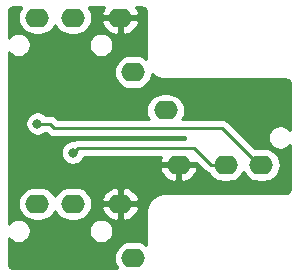
<source format=gtl>
G04 #@! TF.GenerationSoftware,KiCad,Pcbnew,5.1.4-e60b266~84~ubuntu16.04.1*
G04 #@! TF.CreationDate,2019-09-19T10:45:12-04:00*
G04 #@! TF.ProjectId,i2c_splitter,6932635f-7370-46c6-9974-7465722e6b69,1.0*
G04 #@! TF.SameCoordinates,Original*
G04 #@! TF.FileFunction,Copper,L1,Top*
G04 #@! TF.FilePolarity,Positive*
%FSLAX46Y46*%
G04 Gerber Fmt 4.6, Leading zero omitted, Abs format (unit mm)*
G04 Created by KiCad (PCBNEW 5.1.4-e60b266~84~ubuntu16.04.1) date 2019-09-19 10:45:12*
%MOMM*%
%LPD*%
G04 APERTURE LIST*
%ADD10O,2.000000X1.600000*%
%ADD11C,0.800000*%
%ADD12C,0.250000*%
%ADD13C,0.254000*%
G04 APERTURE END LIST*
D10*
X143234000Y-95228000D03*
X144334000Y-99828000D03*
X151334000Y-99828000D03*
X148334000Y-99828000D03*
X140484000Y-107718000D03*
X139384000Y-103118000D03*
X132384000Y-103118000D03*
X135384000Y-103118000D03*
X140484000Y-91970000D03*
X139384000Y-87370000D03*
X132384000Y-87370000D03*
X135384000Y-87370000D03*
D11*
X132384000Y-96343000D03*
X135384000Y-98806000D03*
D12*
X148048999Y-96742999D02*
X133826999Y-96742999D01*
X151134000Y-99828000D02*
X148048999Y-96742999D01*
X151334000Y-99828000D02*
X151134000Y-99828000D01*
X133427000Y-96343000D02*
X132384000Y-96343000D01*
X133826999Y-96742999D02*
X133427000Y-96343000D01*
X145662001Y-98406001D02*
X147084000Y-99828000D01*
X135783999Y-98406001D02*
X145662001Y-98406001D01*
X147084000Y-99828000D02*
X148334000Y-99828000D01*
X135384000Y-98806000D02*
X135783999Y-98406001D01*
D13*
G36*
X130985068Y-86568899D02*
G01*
X130851818Y-86818192D01*
X130769764Y-87088691D01*
X130742057Y-87370000D01*
X130769764Y-87651309D01*
X130851818Y-87921808D01*
X130985068Y-88171101D01*
X131164392Y-88389608D01*
X131382899Y-88568932D01*
X131632192Y-88702182D01*
X131902691Y-88784236D01*
X132113508Y-88805000D01*
X132654492Y-88805000D01*
X132865309Y-88784236D01*
X133135808Y-88702182D01*
X133385101Y-88568932D01*
X133603608Y-88389608D01*
X133782932Y-88171101D01*
X133884000Y-87982016D01*
X133985068Y-88171101D01*
X134164392Y-88389608D01*
X134382899Y-88568932D01*
X134632192Y-88702182D01*
X134902691Y-88784236D01*
X135113508Y-88805000D01*
X135654492Y-88805000D01*
X135865309Y-88784236D01*
X136135808Y-88702182D01*
X136385101Y-88568932D01*
X136603608Y-88389608D01*
X136782932Y-88171101D01*
X136916182Y-87921808D01*
X136977690Y-87719039D01*
X137792096Y-87719039D01*
X137802556Y-87776730D01*
X137908449Y-88038421D01*
X138063361Y-88274425D01*
X138261338Y-88475673D01*
X138494773Y-88634430D01*
X138754694Y-88744596D01*
X139031113Y-88801937D01*
X139257000Y-88649474D01*
X139257000Y-87497000D01*
X139511000Y-87497000D01*
X139511000Y-88649474D01*
X139736887Y-88801937D01*
X140013306Y-88744596D01*
X140273227Y-88634430D01*
X140506662Y-88475673D01*
X140704639Y-88274425D01*
X140859551Y-88038421D01*
X140965444Y-87776730D01*
X140975904Y-87719039D01*
X140853915Y-87497000D01*
X139511000Y-87497000D01*
X139257000Y-87497000D01*
X137914085Y-87497000D01*
X137792096Y-87719039D01*
X136977690Y-87719039D01*
X136998236Y-87651309D01*
X137025943Y-87370000D01*
X136998236Y-87088691D01*
X136916182Y-86818192D01*
X136782932Y-86568899D01*
X136736236Y-86512000D01*
X138032888Y-86512000D01*
X137908449Y-86701579D01*
X137802556Y-86963270D01*
X137792096Y-87020961D01*
X137914085Y-87243000D01*
X139257000Y-87243000D01*
X139257000Y-87223000D01*
X139511000Y-87223000D01*
X139511000Y-87243000D01*
X140853915Y-87243000D01*
X140975904Y-87020961D01*
X140965444Y-86963270D01*
X140859551Y-86701579D01*
X140735112Y-86512000D01*
X141191719Y-86512000D01*
X141292533Y-86521885D01*
X141358457Y-86541789D01*
X141419255Y-86574115D01*
X141472619Y-86617639D01*
X141516512Y-86670696D01*
X141549266Y-86731271D01*
X141569628Y-86797053D01*
X141580000Y-86895731D01*
X141580001Y-90848950D01*
X141485101Y-90771068D01*
X141235808Y-90637818D01*
X140965309Y-90555764D01*
X140754492Y-90535000D01*
X140213508Y-90535000D01*
X140002691Y-90555764D01*
X139732192Y-90637818D01*
X139482899Y-90771068D01*
X139264392Y-90950392D01*
X139085068Y-91168899D01*
X138951818Y-91418192D01*
X138869764Y-91688691D01*
X138842057Y-91970000D01*
X138869764Y-92251309D01*
X138951818Y-92521808D01*
X139085068Y-92771101D01*
X139264392Y-92989608D01*
X139482899Y-93168932D01*
X139732192Y-93302182D01*
X140002691Y-93384236D01*
X140213508Y-93405000D01*
X140754492Y-93405000D01*
X140965309Y-93384236D01*
X141235808Y-93302182D01*
X141485101Y-93168932D01*
X141703608Y-92989608D01*
X141882932Y-92771101D01*
X142016182Y-92521808D01*
X142098236Y-92251309D01*
X142108150Y-92150649D01*
X142115851Y-92158513D01*
X142122952Y-92164387D01*
X142276614Y-92289711D01*
X142326423Y-92322803D01*
X142375795Y-92356610D01*
X142383902Y-92360993D01*
X142558980Y-92454084D01*
X142614275Y-92476875D01*
X142669270Y-92500446D01*
X142678074Y-92503171D01*
X142867900Y-92560482D01*
X142926566Y-92572098D01*
X142985087Y-92584537D01*
X142994252Y-92585500D01*
X143191593Y-92604850D01*
X143191598Y-92604850D01*
X143223581Y-92608000D01*
X153383719Y-92608000D01*
X153484533Y-92617885D01*
X153550457Y-92637789D01*
X153611255Y-92670115D01*
X153664619Y-92713639D01*
X153708512Y-92766696D01*
X153741266Y-92827271D01*
X153761628Y-92893053D01*
X153772000Y-92991731D01*
X153772000Y-96919206D01*
X153737937Y-96868226D01*
X153593774Y-96724063D01*
X153424256Y-96610795D01*
X153235898Y-96532774D01*
X153035939Y-96493000D01*
X152832061Y-96493000D01*
X152632102Y-96532774D01*
X152443744Y-96610795D01*
X152274226Y-96724063D01*
X152130063Y-96868226D01*
X152016795Y-97037744D01*
X151938774Y-97226102D01*
X151899000Y-97426061D01*
X151899000Y-97629939D01*
X151938774Y-97829898D01*
X152016795Y-98018256D01*
X152130063Y-98187774D01*
X152274226Y-98331937D01*
X152443744Y-98445205D01*
X152632102Y-98523226D01*
X152832061Y-98563000D01*
X153035939Y-98563000D01*
X153235898Y-98523226D01*
X153424256Y-98445205D01*
X153593774Y-98331937D01*
X153737937Y-98187774D01*
X153772001Y-98136794D01*
X153772001Y-101821709D01*
X153762115Y-101922531D01*
X153742211Y-101988458D01*
X153709885Y-102049255D01*
X153666362Y-102102618D01*
X153613300Y-102146515D01*
X153552727Y-102179266D01*
X153486947Y-102199628D01*
X153388269Y-102210000D01*
X143223581Y-102210000D01*
X143195309Y-102212784D01*
X143189088Y-102212741D01*
X143179917Y-102213641D01*
X142982715Y-102234368D01*
X142924151Y-102246390D01*
X142865362Y-102257604D01*
X142856540Y-102260268D01*
X142667118Y-102318903D01*
X142612005Y-102342071D01*
X142556507Y-102364493D01*
X142548371Y-102368820D01*
X142373947Y-102463130D01*
X142324331Y-102496597D01*
X142274301Y-102529335D01*
X142267160Y-102535159D01*
X142114376Y-102661553D01*
X142072237Y-102703988D01*
X142029487Y-102745851D01*
X142023613Y-102752952D01*
X141898289Y-102906614D01*
X141865174Y-102956456D01*
X141831390Y-103005796D01*
X141827007Y-103013902D01*
X141733916Y-103188980D01*
X141711125Y-103244275D01*
X141687554Y-103299270D01*
X141684829Y-103308073D01*
X141627518Y-103497900D01*
X141615900Y-103556580D01*
X141603463Y-103615087D01*
X141602500Y-103624252D01*
X141583150Y-103821594D01*
X141583150Y-103821599D01*
X141580000Y-103853582D01*
X141580001Y-106596950D01*
X141485101Y-106519068D01*
X141235808Y-106385818D01*
X140965309Y-106303764D01*
X140754492Y-106283000D01*
X140213508Y-106283000D01*
X140002691Y-106303764D01*
X139732192Y-106385818D01*
X139482899Y-106519068D01*
X139264392Y-106698392D01*
X139085068Y-106916899D01*
X138951818Y-107166192D01*
X138869764Y-107436691D01*
X138842057Y-107718000D01*
X138869764Y-107999309D01*
X138951818Y-108269808D01*
X139085068Y-108519101D01*
X139118633Y-108560000D01*
X130334281Y-108560000D01*
X130233469Y-108550115D01*
X130167542Y-108530211D01*
X130106745Y-108497885D01*
X130053382Y-108454362D01*
X130009485Y-108401300D01*
X129976734Y-108340727D01*
X129956372Y-108274947D01*
X129946000Y-108176269D01*
X129946000Y-106026795D01*
X129980063Y-106077774D01*
X130124226Y-106221937D01*
X130293744Y-106335205D01*
X130482102Y-106413226D01*
X130682061Y-106453000D01*
X130885939Y-106453000D01*
X131085898Y-106413226D01*
X131274256Y-106335205D01*
X131443774Y-106221937D01*
X131587937Y-106077774D01*
X131701205Y-105908256D01*
X131779226Y-105719898D01*
X131819000Y-105519939D01*
X131819000Y-105316061D01*
X136749000Y-105316061D01*
X136749000Y-105519939D01*
X136788774Y-105719898D01*
X136866795Y-105908256D01*
X136980063Y-106077774D01*
X137124226Y-106221937D01*
X137293744Y-106335205D01*
X137482102Y-106413226D01*
X137682061Y-106453000D01*
X137885939Y-106453000D01*
X138085898Y-106413226D01*
X138274256Y-106335205D01*
X138443774Y-106221937D01*
X138587937Y-106077774D01*
X138701205Y-105908256D01*
X138779226Y-105719898D01*
X138819000Y-105519939D01*
X138819000Y-105316061D01*
X138779226Y-105116102D01*
X138701205Y-104927744D01*
X138587937Y-104758226D01*
X138443774Y-104614063D01*
X138274256Y-104500795D01*
X138085898Y-104422774D01*
X137885939Y-104383000D01*
X137682061Y-104383000D01*
X137482102Y-104422774D01*
X137293744Y-104500795D01*
X137124226Y-104614063D01*
X136980063Y-104758226D01*
X136866795Y-104927744D01*
X136788774Y-105116102D01*
X136749000Y-105316061D01*
X131819000Y-105316061D01*
X131779226Y-105116102D01*
X131701205Y-104927744D01*
X131587937Y-104758226D01*
X131443774Y-104614063D01*
X131274256Y-104500795D01*
X131085898Y-104422774D01*
X130885939Y-104383000D01*
X130682061Y-104383000D01*
X130482102Y-104422774D01*
X130293744Y-104500795D01*
X130124226Y-104614063D01*
X129980063Y-104758226D01*
X129946000Y-104809205D01*
X129946000Y-103118000D01*
X130742057Y-103118000D01*
X130769764Y-103399309D01*
X130851818Y-103669808D01*
X130985068Y-103919101D01*
X131164392Y-104137608D01*
X131382899Y-104316932D01*
X131632192Y-104450182D01*
X131902691Y-104532236D01*
X132113508Y-104553000D01*
X132654492Y-104553000D01*
X132865309Y-104532236D01*
X133135808Y-104450182D01*
X133385101Y-104316932D01*
X133603608Y-104137608D01*
X133782932Y-103919101D01*
X133884000Y-103730016D01*
X133985068Y-103919101D01*
X134164392Y-104137608D01*
X134382899Y-104316932D01*
X134632192Y-104450182D01*
X134902691Y-104532236D01*
X135113508Y-104553000D01*
X135654492Y-104553000D01*
X135865309Y-104532236D01*
X136135808Y-104450182D01*
X136385101Y-104316932D01*
X136603608Y-104137608D01*
X136782932Y-103919101D01*
X136916182Y-103669808D01*
X136977690Y-103467039D01*
X137792096Y-103467039D01*
X137802556Y-103524730D01*
X137908449Y-103786421D01*
X138063361Y-104022425D01*
X138261338Y-104223673D01*
X138494773Y-104382430D01*
X138754694Y-104492596D01*
X139031113Y-104549937D01*
X139257000Y-104397474D01*
X139257000Y-103245000D01*
X139511000Y-103245000D01*
X139511000Y-104397474D01*
X139736887Y-104549937D01*
X140013306Y-104492596D01*
X140273227Y-104382430D01*
X140506662Y-104223673D01*
X140704639Y-104022425D01*
X140859551Y-103786421D01*
X140965444Y-103524730D01*
X140975904Y-103467039D01*
X140853915Y-103245000D01*
X139511000Y-103245000D01*
X139257000Y-103245000D01*
X137914085Y-103245000D01*
X137792096Y-103467039D01*
X136977690Y-103467039D01*
X136998236Y-103399309D01*
X137025943Y-103118000D01*
X136998236Y-102836691D01*
X136977691Y-102768961D01*
X137792096Y-102768961D01*
X137914085Y-102991000D01*
X139257000Y-102991000D01*
X139257000Y-101838526D01*
X139511000Y-101838526D01*
X139511000Y-102991000D01*
X140853915Y-102991000D01*
X140975904Y-102768961D01*
X140965444Y-102711270D01*
X140859551Y-102449579D01*
X140704639Y-102213575D01*
X140506662Y-102012327D01*
X140273227Y-101853570D01*
X140013306Y-101743404D01*
X139736887Y-101686063D01*
X139511000Y-101838526D01*
X139257000Y-101838526D01*
X139031113Y-101686063D01*
X138754694Y-101743404D01*
X138494773Y-101853570D01*
X138261338Y-102012327D01*
X138063361Y-102213575D01*
X137908449Y-102449579D01*
X137802556Y-102711270D01*
X137792096Y-102768961D01*
X136977691Y-102768961D01*
X136916182Y-102566192D01*
X136782932Y-102316899D01*
X136603608Y-102098392D01*
X136385101Y-101919068D01*
X136135808Y-101785818D01*
X135865309Y-101703764D01*
X135654492Y-101683000D01*
X135113508Y-101683000D01*
X134902691Y-101703764D01*
X134632192Y-101785818D01*
X134382899Y-101919068D01*
X134164392Y-102098392D01*
X133985068Y-102316899D01*
X133884000Y-102505984D01*
X133782932Y-102316899D01*
X133603608Y-102098392D01*
X133385101Y-101919068D01*
X133135808Y-101785818D01*
X132865309Y-101703764D01*
X132654492Y-101683000D01*
X132113508Y-101683000D01*
X131902691Y-101703764D01*
X131632192Y-101785818D01*
X131382899Y-101919068D01*
X131164392Y-102098392D01*
X130985068Y-102316899D01*
X130851818Y-102566192D01*
X130769764Y-102836691D01*
X130742057Y-103118000D01*
X129946000Y-103118000D01*
X129946000Y-100177039D01*
X142742096Y-100177039D01*
X142752556Y-100234730D01*
X142858449Y-100496421D01*
X143013361Y-100732425D01*
X143211338Y-100933673D01*
X143444773Y-101092430D01*
X143704694Y-101202596D01*
X143981113Y-101259937D01*
X144207000Y-101107474D01*
X144207000Y-99955000D01*
X144461000Y-99955000D01*
X144461000Y-101107474D01*
X144686887Y-101259937D01*
X144963306Y-101202596D01*
X145223227Y-101092430D01*
X145456662Y-100933673D01*
X145654639Y-100732425D01*
X145809551Y-100496421D01*
X145915444Y-100234730D01*
X145925904Y-100177039D01*
X145803915Y-99955000D01*
X144461000Y-99955000D01*
X144207000Y-99955000D01*
X142864085Y-99955000D01*
X142742096Y-100177039D01*
X129946000Y-100177039D01*
X129946000Y-96241061D01*
X131349000Y-96241061D01*
X131349000Y-96444939D01*
X131388774Y-96644898D01*
X131466795Y-96833256D01*
X131580063Y-97002774D01*
X131724226Y-97146937D01*
X131893744Y-97260205D01*
X132082102Y-97338226D01*
X132282061Y-97378000D01*
X132485939Y-97378000D01*
X132685898Y-97338226D01*
X132874256Y-97260205D01*
X133043774Y-97146937D01*
X133087711Y-97103000D01*
X133112199Y-97103000D01*
X133263195Y-97253996D01*
X133286998Y-97283000D01*
X133402723Y-97377973D01*
X133534752Y-97448545D01*
X133678013Y-97492002D01*
X133789666Y-97502999D01*
X133789676Y-97502999D01*
X133826998Y-97506675D01*
X133864321Y-97502999D01*
X144899000Y-97502999D01*
X144899000Y-97629939D01*
X144902195Y-97646001D01*
X135821321Y-97646001D01*
X135783998Y-97642325D01*
X135746676Y-97646001D01*
X135746666Y-97646001D01*
X135635013Y-97656998D01*
X135491752Y-97700455D01*
X135359774Y-97771000D01*
X135282061Y-97771000D01*
X135082102Y-97810774D01*
X134893744Y-97888795D01*
X134724226Y-98002063D01*
X134580063Y-98146226D01*
X134466795Y-98315744D01*
X134388774Y-98504102D01*
X134349000Y-98704061D01*
X134349000Y-98907939D01*
X134388774Y-99107898D01*
X134466795Y-99296256D01*
X134580063Y-99465774D01*
X134724226Y-99609937D01*
X134893744Y-99723205D01*
X135082102Y-99801226D01*
X135282061Y-99841000D01*
X135485939Y-99841000D01*
X135685898Y-99801226D01*
X135874256Y-99723205D01*
X136043774Y-99609937D01*
X136187937Y-99465774D01*
X136301205Y-99296256D01*
X136355159Y-99166001D01*
X142855850Y-99166001D01*
X142752556Y-99421270D01*
X142742096Y-99478961D01*
X142864085Y-99701000D01*
X144207000Y-99701000D01*
X144207000Y-99681000D01*
X144461000Y-99681000D01*
X144461000Y-99701000D01*
X145803915Y-99701000D01*
X145831674Y-99650475D01*
X146520201Y-100339003D01*
X146543999Y-100368001D01*
X146659724Y-100462974D01*
X146791753Y-100533546D01*
X146901843Y-100566941D01*
X146935068Y-100629101D01*
X147114392Y-100847608D01*
X147332899Y-101026932D01*
X147582192Y-101160182D01*
X147852691Y-101242236D01*
X148063508Y-101263000D01*
X148604492Y-101263000D01*
X148815309Y-101242236D01*
X149085808Y-101160182D01*
X149335101Y-101026932D01*
X149553608Y-100847608D01*
X149732932Y-100629101D01*
X149834000Y-100440016D01*
X149935068Y-100629101D01*
X150114392Y-100847608D01*
X150332899Y-101026932D01*
X150582192Y-101160182D01*
X150852691Y-101242236D01*
X151063508Y-101263000D01*
X151604492Y-101263000D01*
X151815309Y-101242236D01*
X152085808Y-101160182D01*
X152335101Y-101026932D01*
X152553608Y-100847608D01*
X152732932Y-100629101D01*
X152866182Y-100379808D01*
X152948236Y-100109309D01*
X152975943Y-99828000D01*
X152948236Y-99546691D01*
X152866182Y-99276192D01*
X152732932Y-99026899D01*
X152553608Y-98808392D01*
X152335101Y-98629068D01*
X152085808Y-98495818D01*
X151815309Y-98413764D01*
X151604492Y-98393000D01*
X151063508Y-98393000D01*
X150852691Y-98413764D01*
X150808094Y-98427292D01*
X148612803Y-96232002D01*
X148589000Y-96202998D01*
X148473275Y-96108025D01*
X148341246Y-96037453D01*
X148197985Y-95993996D01*
X148086332Y-95982999D01*
X148086321Y-95982999D01*
X148048999Y-95979323D01*
X148011677Y-95982999D01*
X144657574Y-95982999D01*
X144766182Y-95779808D01*
X144848236Y-95509309D01*
X144875943Y-95228000D01*
X144848236Y-94946691D01*
X144766182Y-94676192D01*
X144632932Y-94426899D01*
X144453608Y-94208392D01*
X144235101Y-94029068D01*
X143985808Y-93895818D01*
X143715309Y-93813764D01*
X143504492Y-93793000D01*
X142963508Y-93793000D01*
X142752691Y-93813764D01*
X142482192Y-93895818D01*
X142232899Y-94029068D01*
X142014392Y-94208392D01*
X141835068Y-94426899D01*
X141701818Y-94676192D01*
X141619764Y-94946691D01*
X141592057Y-95228000D01*
X141619764Y-95509309D01*
X141701818Y-95779808D01*
X141810426Y-95982999D01*
X134141800Y-95982999D01*
X133990804Y-95832003D01*
X133967001Y-95802999D01*
X133851276Y-95708026D01*
X133719247Y-95637454D01*
X133575986Y-95593997D01*
X133464333Y-95583000D01*
X133464322Y-95583000D01*
X133427000Y-95579324D01*
X133389678Y-95583000D01*
X133087711Y-95583000D01*
X133043774Y-95539063D01*
X132874256Y-95425795D01*
X132685898Y-95347774D01*
X132485939Y-95308000D01*
X132282061Y-95308000D01*
X132082102Y-95347774D01*
X131893744Y-95425795D01*
X131724226Y-95539063D01*
X131580063Y-95683226D01*
X131466795Y-95852744D01*
X131388774Y-96041102D01*
X131349000Y-96241061D01*
X129946000Y-96241061D01*
X129946000Y-90278795D01*
X129980063Y-90329774D01*
X130124226Y-90473937D01*
X130293744Y-90587205D01*
X130482102Y-90665226D01*
X130682061Y-90705000D01*
X130885939Y-90705000D01*
X131085898Y-90665226D01*
X131274256Y-90587205D01*
X131443774Y-90473937D01*
X131587937Y-90329774D01*
X131701205Y-90160256D01*
X131779226Y-89971898D01*
X131819000Y-89771939D01*
X131819000Y-89568061D01*
X136749000Y-89568061D01*
X136749000Y-89771939D01*
X136788774Y-89971898D01*
X136866795Y-90160256D01*
X136980063Y-90329774D01*
X137124226Y-90473937D01*
X137293744Y-90587205D01*
X137482102Y-90665226D01*
X137682061Y-90705000D01*
X137885939Y-90705000D01*
X138085898Y-90665226D01*
X138274256Y-90587205D01*
X138443774Y-90473937D01*
X138587937Y-90329774D01*
X138701205Y-90160256D01*
X138779226Y-89971898D01*
X138819000Y-89771939D01*
X138819000Y-89568061D01*
X138779226Y-89368102D01*
X138701205Y-89179744D01*
X138587937Y-89010226D01*
X138443774Y-88866063D01*
X138274256Y-88752795D01*
X138085898Y-88674774D01*
X137885939Y-88635000D01*
X137682061Y-88635000D01*
X137482102Y-88674774D01*
X137293744Y-88752795D01*
X137124226Y-88866063D01*
X136980063Y-89010226D01*
X136866795Y-89179744D01*
X136788774Y-89368102D01*
X136749000Y-89568061D01*
X131819000Y-89568061D01*
X131779226Y-89368102D01*
X131701205Y-89179744D01*
X131587937Y-89010226D01*
X131443774Y-88866063D01*
X131274256Y-88752795D01*
X131085898Y-88674774D01*
X130885939Y-88635000D01*
X130682061Y-88635000D01*
X130482102Y-88674774D01*
X130293744Y-88752795D01*
X130124226Y-88866063D01*
X129980063Y-89010226D01*
X129946000Y-89061205D01*
X129946000Y-86900281D01*
X129955885Y-86799467D01*
X129975789Y-86733543D01*
X130008115Y-86672745D01*
X130051639Y-86619381D01*
X130104696Y-86575488D01*
X130165271Y-86542734D01*
X130231053Y-86522372D01*
X130329730Y-86512000D01*
X131031764Y-86512000D01*
X130985068Y-86568899D01*
X130985068Y-86568899D01*
G37*
X130985068Y-86568899D02*
X130851818Y-86818192D01*
X130769764Y-87088691D01*
X130742057Y-87370000D01*
X130769764Y-87651309D01*
X130851818Y-87921808D01*
X130985068Y-88171101D01*
X131164392Y-88389608D01*
X131382899Y-88568932D01*
X131632192Y-88702182D01*
X131902691Y-88784236D01*
X132113508Y-88805000D01*
X132654492Y-88805000D01*
X132865309Y-88784236D01*
X133135808Y-88702182D01*
X133385101Y-88568932D01*
X133603608Y-88389608D01*
X133782932Y-88171101D01*
X133884000Y-87982016D01*
X133985068Y-88171101D01*
X134164392Y-88389608D01*
X134382899Y-88568932D01*
X134632192Y-88702182D01*
X134902691Y-88784236D01*
X135113508Y-88805000D01*
X135654492Y-88805000D01*
X135865309Y-88784236D01*
X136135808Y-88702182D01*
X136385101Y-88568932D01*
X136603608Y-88389608D01*
X136782932Y-88171101D01*
X136916182Y-87921808D01*
X136977690Y-87719039D01*
X137792096Y-87719039D01*
X137802556Y-87776730D01*
X137908449Y-88038421D01*
X138063361Y-88274425D01*
X138261338Y-88475673D01*
X138494773Y-88634430D01*
X138754694Y-88744596D01*
X139031113Y-88801937D01*
X139257000Y-88649474D01*
X139257000Y-87497000D01*
X139511000Y-87497000D01*
X139511000Y-88649474D01*
X139736887Y-88801937D01*
X140013306Y-88744596D01*
X140273227Y-88634430D01*
X140506662Y-88475673D01*
X140704639Y-88274425D01*
X140859551Y-88038421D01*
X140965444Y-87776730D01*
X140975904Y-87719039D01*
X140853915Y-87497000D01*
X139511000Y-87497000D01*
X139257000Y-87497000D01*
X137914085Y-87497000D01*
X137792096Y-87719039D01*
X136977690Y-87719039D01*
X136998236Y-87651309D01*
X137025943Y-87370000D01*
X136998236Y-87088691D01*
X136916182Y-86818192D01*
X136782932Y-86568899D01*
X136736236Y-86512000D01*
X138032888Y-86512000D01*
X137908449Y-86701579D01*
X137802556Y-86963270D01*
X137792096Y-87020961D01*
X137914085Y-87243000D01*
X139257000Y-87243000D01*
X139257000Y-87223000D01*
X139511000Y-87223000D01*
X139511000Y-87243000D01*
X140853915Y-87243000D01*
X140975904Y-87020961D01*
X140965444Y-86963270D01*
X140859551Y-86701579D01*
X140735112Y-86512000D01*
X141191719Y-86512000D01*
X141292533Y-86521885D01*
X141358457Y-86541789D01*
X141419255Y-86574115D01*
X141472619Y-86617639D01*
X141516512Y-86670696D01*
X141549266Y-86731271D01*
X141569628Y-86797053D01*
X141580000Y-86895731D01*
X141580001Y-90848950D01*
X141485101Y-90771068D01*
X141235808Y-90637818D01*
X140965309Y-90555764D01*
X140754492Y-90535000D01*
X140213508Y-90535000D01*
X140002691Y-90555764D01*
X139732192Y-90637818D01*
X139482899Y-90771068D01*
X139264392Y-90950392D01*
X139085068Y-91168899D01*
X138951818Y-91418192D01*
X138869764Y-91688691D01*
X138842057Y-91970000D01*
X138869764Y-92251309D01*
X138951818Y-92521808D01*
X139085068Y-92771101D01*
X139264392Y-92989608D01*
X139482899Y-93168932D01*
X139732192Y-93302182D01*
X140002691Y-93384236D01*
X140213508Y-93405000D01*
X140754492Y-93405000D01*
X140965309Y-93384236D01*
X141235808Y-93302182D01*
X141485101Y-93168932D01*
X141703608Y-92989608D01*
X141882932Y-92771101D01*
X142016182Y-92521808D01*
X142098236Y-92251309D01*
X142108150Y-92150649D01*
X142115851Y-92158513D01*
X142122952Y-92164387D01*
X142276614Y-92289711D01*
X142326423Y-92322803D01*
X142375795Y-92356610D01*
X142383902Y-92360993D01*
X142558980Y-92454084D01*
X142614275Y-92476875D01*
X142669270Y-92500446D01*
X142678074Y-92503171D01*
X142867900Y-92560482D01*
X142926566Y-92572098D01*
X142985087Y-92584537D01*
X142994252Y-92585500D01*
X143191593Y-92604850D01*
X143191598Y-92604850D01*
X143223581Y-92608000D01*
X153383719Y-92608000D01*
X153484533Y-92617885D01*
X153550457Y-92637789D01*
X153611255Y-92670115D01*
X153664619Y-92713639D01*
X153708512Y-92766696D01*
X153741266Y-92827271D01*
X153761628Y-92893053D01*
X153772000Y-92991731D01*
X153772000Y-96919206D01*
X153737937Y-96868226D01*
X153593774Y-96724063D01*
X153424256Y-96610795D01*
X153235898Y-96532774D01*
X153035939Y-96493000D01*
X152832061Y-96493000D01*
X152632102Y-96532774D01*
X152443744Y-96610795D01*
X152274226Y-96724063D01*
X152130063Y-96868226D01*
X152016795Y-97037744D01*
X151938774Y-97226102D01*
X151899000Y-97426061D01*
X151899000Y-97629939D01*
X151938774Y-97829898D01*
X152016795Y-98018256D01*
X152130063Y-98187774D01*
X152274226Y-98331937D01*
X152443744Y-98445205D01*
X152632102Y-98523226D01*
X152832061Y-98563000D01*
X153035939Y-98563000D01*
X153235898Y-98523226D01*
X153424256Y-98445205D01*
X153593774Y-98331937D01*
X153737937Y-98187774D01*
X153772001Y-98136794D01*
X153772001Y-101821709D01*
X153762115Y-101922531D01*
X153742211Y-101988458D01*
X153709885Y-102049255D01*
X153666362Y-102102618D01*
X153613300Y-102146515D01*
X153552727Y-102179266D01*
X153486947Y-102199628D01*
X153388269Y-102210000D01*
X143223581Y-102210000D01*
X143195309Y-102212784D01*
X143189088Y-102212741D01*
X143179917Y-102213641D01*
X142982715Y-102234368D01*
X142924151Y-102246390D01*
X142865362Y-102257604D01*
X142856540Y-102260268D01*
X142667118Y-102318903D01*
X142612005Y-102342071D01*
X142556507Y-102364493D01*
X142548371Y-102368820D01*
X142373947Y-102463130D01*
X142324331Y-102496597D01*
X142274301Y-102529335D01*
X142267160Y-102535159D01*
X142114376Y-102661553D01*
X142072237Y-102703988D01*
X142029487Y-102745851D01*
X142023613Y-102752952D01*
X141898289Y-102906614D01*
X141865174Y-102956456D01*
X141831390Y-103005796D01*
X141827007Y-103013902D01*
X141733916Y-103188980D01*
X141711125Y-103244275D01*
X141687554Y-103299270D01*
X141684829Y-103308073D01*
X141627518Y-103497900D01*
X141615900Y-103556580D01*
X141603463Y-103615087D01*
X141602500Y-103624252D01*
X141583150Y-103821594D01*
X141583150Y-103821599D01*
X141580000Y-103853582D01*
X141580001Y-106596950D01*
X141485101Y-106519068D01*
X141235808Y-106385818D01*
X140965309Y-106303764D01*
X140754492Y-106283000D01*
X140213508Y-106283000D01*
X140002691Y-106303764D01*
X139732192Y-106385818D01*
X139482899Y-106519068D01*
X139264392Y-106698392D01*
X139085068Y-106916899D01*
X138951818Y-107166192D01*
X138869764Y-107436691D01*
X138842057Y-107718000D01*
X138869764Y-107999309D01*
X138951818Y-108269808D01*
X139085068Y-108519101D01*
X139118633Y-108560000D01*
X130334281Y-108560000D01*
X130233469Y-108550115D01*
X130167542Y-108530211D01*
X130106745Y-108497885D01*
X130053382Y-108454362D01*
X130009485Y-108401300D01*
X129976734Y-108340727D01*
X129956372Y-108274947D01*
X129946000Y-108176269D01*
X129946000Y-106026795D01*
X129980063Y-106077774D01*
X130124226Y-106221937D01*
X130293744Y-106335205D01*
X130482102Y-106413226D01*
X130682061Y-106453000D01*
X130885939Y-106453000D01*
X131085898Y-106413226D01*
X131274256Y-106335205D01*
X131443774Y-106221937D01*
X131587937Y-106077774D01*
X131701205Y-105908256D01*
X131779226Y-105719898D01*
X131819000Y-105519939D01*
X131819000Y-105316061D01*
X136749000Y-105316061D01*
X136749000Y-105519939D01*
X136788774Y-105719898D01*
X136866795Y-105908256D01*
X136980063Y-106077774D01*
X137124226Y-106221937D01*
X137293744Y-106335205D01*
X137482102Y-106413226D01*
X137682061Y-106453000D01*
X137885939Y-106453000D01*
X138085898Y-106413226D01*
X138274256Y-106335205D01*
X138443774Y-106221937D01*
X138587937Y-106077774D01*
X138701205Y-105908256D01*
X138779226Y-105719898D01*
X138819000Y-105519939D01*
X138819000Y-105316061D01*
X138779226Y-105116102D01*
X138701205Y-104927744D01*
X138587937Y-104758226D01*
X138443774Y-104614063D01*
X138274256Y-104500795D01*
X138085898Y-104422774D01*
X137885939Y-104383000D01*
X137682061Y-104383000D01*
X137482102Y-104422774D01*
X137293744Y-104500795D01*
X137124226Y-104614063D01*
X136980063Y-104758226D01*
X136866795Y-104927744D01*
X136788774Y-105116102D01*
X136749000Y-105316061D01*
X131819000Y-105316061D01*
X131779226Y-105116102D01*
X131701205Y-104927744D01*
X131587937Y-104758226D01*
X131443774Y-104614063D01*
X131274256Y-104500795D01*
X131085898Y-104422774D01*
X130885939Y-104383000D01*
X130682061Y-104383000D01*
X130482102Y-104422774D01*
X130293744Y-104500795D01*
X130124226Y-104614063D01*
X129980063Y-104758226D01*
X129946000Y-104809205D01*
X129946000Y-103118000D01*
X130742057Y-103118000D01*
X130769764Y-103399309D01*
X130851818Y-103669808D01*
X130985068Y-103919101D01*
X131164392Y-104137608D01*
X131382899Y-104316932D01*
X131632192Y-104450182D01*
X131902691Y-104532236D01*
X132113508Y-104553000D01*
X132654492Y-104553000D01*
X132865309Y-104532236D01*
X133135808Y-104450182D01*
X133385101Y-104316932D01*
X133603608Y-104137608D01*
X133782932Y-103919101D01*
X133884000Y-103730016D01*
X133985068Y-103919101D01*
X134164392Y-104137608D01*
X134382899Y-104316932D01*
X134632192Y-104450182D01*
X134902691Y-104532236D01*
X135113508Y-104553000D01*
X135654492Y-104553000D01*
X135865309Y-104532236D01*
X136135808Y-104450182D01*
X136385101Y-104316932D01*
X136603608Y-104137608D01*
X136782932Y-103919101D01*
X136916182Y-103669808D01*
X136977690Y-103467039D01*
X137792096Y-103467039D01*
X137802556Y-103524730D01*
X137908449Y-103786421D01*
X138063361Y-104022425D01*
X138261338Y-104223673D01*
X138494773Y-104382430D01*
X138754694Y-104492596D01*
X139031113Y-104549937D01*
X139257000Y-104397474D01*
X139257000Y-103245000D01*
X139511000Y-103245000D01*
X139511000Y-104397474D01*
X139736887Y-104549937D01*
X140013306Y-104492596D01*
X140273227Y-104382430D01*
X140506662Y-104223673D01*
X140704639Y-104022425D01*
X140859551Y-103786421D01*
X140965444Y-103524730D01*
X140975904Y-103467039D01*
X140853915Y-103245000D01*
X139511000Y-103245000D01*
X139257000Y-103245000D01*
X137914085Y-103245000D01*
X137792096Y-103467039D01*
X136977690Y-103467039D01*
X136998236Y-103399309D01*
X137025943Y-103118000D01*
X136998236Y-102836691D01*
X136977691Y-102768961D01*
X137792096Y-102768961D01*
X137914085Y-102991000D01*
X139257000Y-102991000D01*
X139257000Y-101838526D01*
X139511000Y-101838526D01*
X139511000Y-102991000D01*
X140853915Y-102991000D01*
X140975904Y-102768961D01*
X140965444Y-102711270D01*
X140859551Y-102449579D01*
X140704639Y-102213575D01*
X140506662Y-102012327D01*
X140273227Y-101853570D01*
X140013306Y-101743404D01*
X139736887Y-101686063D01*
X139511000Y-101838526D01*
X139257000Y-101838526D01*
X139031113Y-101686063D01*
X138754694Y-101743404D01*
X138494773Y-101853570D01*
X138261338Y-102012327D01*
X138063361Y-102213575D01*
X137908449Y-102449579D01*
X137802556Y-102711270D01*
X137792096Y-102768961D01*
X136977691Y-102768961D01*
X136916182Y-102566192D01*
X136782932Y-102316899D01*
X136603608Y-102098392D01*
X136385101Y-101919068D01*
X136135808Y-101785818D01*
X135865309Y-101703764D01*
X135654492Y-101683000D01*
X135113508Y-101683000D01*
X134902691Y-101703764D01*
X134632192Y-101785818D01*
X134382899Y-101919068D01*
X134164392Y-102098392D01*
X133985068Y-102316899D01*
X133884000Y-102505984D01*
X133782932Y-102316899D01*
X133603608Y-102098392D01*
X133385101Y-101919068D01*
X133135808Y-101785818D01*
X132865309Y-101703764D01*
X132654492Y-101683000D01*
X132113508Y-101683000D01*
X131902691Y-101703764D01*
X131632192Y-101785818D01*
X131382899Y-101919068D01*
X131164392Y-102098392D01*
X130985068Y-102316899D01*
X130851818Y-102566192D01*
X130769764Y-102836691D01*
X130742057Y-103118000D01*
X129946000Y-103118000D01*
X129946000Y-100177039D01*
X142742096Y-100177039D01*
X142752556Y-100234730D01*
X142858449Y-100496421D01*
X143013361Y-100732425D01*
X143211338Y-100933673D01*
X143444773Y-101092430D01*
X143704694Y-101202596D01*
X143981113Y-101259937D01*
X144207000Y-101107474D01*
X144207000Y-99955000D01*
X144461000Y-99955000D01*
X144461000Y-101107474D01*
X144686887Y-101259937D01*
X144963306Y-101202596D01*
X145223227Y-101092430D01*
X145456662Y-100933673D01*
X145654639Y-100732425D01*
X145809551Y-100496421D01*
X145915444Y-100234730D01*
X145925904Y-100177039D01*
X145803915Y-99955000D01*
X144461000Y-99955000D01*
X144207000Y-99955000D01*
X142864085Y-99955000D01*
X142742096Y-100177039D01*
X129946000Y-100177039D01*
X129946000Y-96241061D01*
X131349000Y-96241061D01*
X131349000Y-96444939D01*
X131388774Y-96644898D01*
X131466795Y-96833256D01*
X131580063Y-97002774D01*
X131724226Y-97146937D01*
X131893744Y-97260205D01*
X132082102Y-97338226D01*
X132282061Y-97378000D01*
X132485939Y-97378000D01*
X132685898Y-97338226D01*
X132874256Y-97260205D01*
X133043774Y-97146937D01*
X133087711Y-97103000D01*
X133112199Y-97103000D01*
X133263195Y-97253996D01*
X133286998Y-97283000D01*
X133402723Y-97377973D01*
X133534752Y-97448545D01*
X133678013Y-97492002D01*
X133789666Y-97502999D01*
X133789676Y-97502999D01*
X133826998Y-97506675D01*
X133864321Y-97502999D01*
X144899000Y-97502999D01*
X144899000Y-97629939D01*
X144902195Y-97646001D01*
X135821321Y-97646001D01*
X135783998Y-97642325D01*
X135746676Y-97646001D01*
X135746666Y-97646001D01*
X135635013Y-97656998D01*
X135491752Y-97700455D01*
X135359774Y-97771000D01*
X135282061Y-97771000D01*
X135082102Y-97810774D01*
X134893744Y-97888795D01*
X134724226Y-98002063D01*
X134580063Y-98146226D01*
X134466795Y-98315744D01*
X134388774Y-98504102D01*
X134349000Y-98704061D01*
X134349000Y-98907939D01*
X134388774Y-99107898D01*
X134466795Y-99296256D01*
X134580063Y-99465774D01*
X134724226Y-99609937D01*
X134893744Y-99723205D01*
X135082102Y-99801226D01*
X135282061Y-99841000D01*
X135485939Y-99841000D01*
X135685898Y-99801226D01*
X135874256Y-99723205D01*
X136043774Y-99609937D01*
X136187937Y-99465774D01*
X136301205Y-99296256D01*
X136355159Y-99166001D01*
X142855850Y-99166001D01*
X142752556Y-99421270D01*
X142742096Y-99478961D01*
X142864085Y-99701000D01*
X144207000Y-99701000D01*
X144207000Y-99681000D01*
X144461000Y-99681000D01*
X144461000Y-99701000D01*
X145803915Y-99701000D01*
X145831674Y-99650475D01*
X146520201Y-100339003D01*
X146543999Y-100368001D01*
X146659724Y-100462974D01*
X146791753Y-100533546D01*
X146901843Y-100566941D01*
X146935068Y-100629101D01*
X147114392Y-100847608D01*
X147332899Y-101026932D01*
X147582192Y-101160182D01*
X147852691Y-101242236D01*
X148063508Y-101263000D01*
X148604492Y-101263000D01*
X148815309Y-101242236D01*
X149085808Y-101160182D01*
X149335101Y-101026932D01*
X149553608Y-100847608D01*
X149732932Y-100629101D01*
X149834000Y-100440016D01*
X149935068Y-100629101D01*
X150114392Y-100847608D01*
X150332899Y-101026932D01*
X150582192Y-101160182D01*
X150852691Y-101242236D01*
X151063508Y-101263000D01*
X151604492Y-101263000D01*
X151815309Y-101242236D01*
X152085808Y-101160182D01*
X152335101Y-101026932D01*
X152553608Y-100847608D01*
X152732932Y-100629101D01*
X152866182Y-100379808D01*
X152948236Y-100109309D01*
X152975943Y-99828000D01*
X152948236Y-99546691D01*
X152866182Y-99276192D01*
X152732932Y-99026899D01*
X152553608Y-98808392D01*
X152335101Y-98629068D01*
X152085808Y-98495818D01*
X151815309Y-98413764D01*
X151604492Y-98393000D01*
X151063508Y-98393000D01*
X150852691Y-98413764D01*
X150808094Y-98427292D01*
X148612803Y-96232002D01*
X148589000Y-96202998D01*
X148473275Y-96108025D01*
X148341246Y-96037453D01*
X148197985Y-95993996D01*
X148086332Y-95982999D01*
X148086321Y-95982999D01*
X148048999Y-95979323D01*
X148011677Y-95982999D01*
X144657574Y-95982999D01*
X144766182Y-95779808D01*
X144848236Y-95509309D01*
X144875943Y-95228000D01*
X144848236Y-94946691D01*
X144766182Y-94676192D01*
X144632932Y-94426899D01*
X144453608Y-94208392D01*
X144235101Y-94029068D01*
X143985808Y-93895818D01*
X143715309Y-93813764D01*
X143504492Y-93793000D01*
X142963508Y-93793000D01*
X142752691Y-93813764D01*
X142482192Y-93895818D01*
X142232899Y-94029068D01*
X142014392Y-94208392D01*
X141835068Y-94426899D01*
X141701818Y-94676192D01*
X141619764Y-94946691D01*
X141592057Y-95228000D01*
X141619764Y-95509309D01*
X141701818Y-95779808D01*
X141810426Y-95982999D01*
X134141800Y-95982999D01*
X133990804Y-95832003D01*
X133967001Y-95802999D01*
X133851276Y-95708026D01*
X133719247Y-95637454D01*
X133575986Y-95593997D01*
X133464333Y-95583000D01*
X133464322Y-95583000D01*
X133427000Y-95579324D01*
X133389678Y-95583000D01*
X133087711Y-95583000D01*
X133043774Y-95539063D01*
X132874256Y-95425795D01*
X132685898Y-95347774D01*
X132485939Y-95308000D01*
X132282061Y-95308000D01*
X132082102Y-95347774D01*
X131893744Y-95425795D01*
X131724226Y-95539063D01*
X131580063Y-95683226D01*
X131466795Y-95852744D01*
X131388774Y-96041102D01*
X131349000Y-96241061D01*
X129946000Y-96241061D01*
X129946000Y-90278795D01*
X129980063Y-90329774D01*
X130124226Y-90473937D01*
X130293744Y-90587205D01*
X130482102Y-90665226D01*
X130682061Y-90705000D01*
X130885939Y-90705000D01*
X131085898Y-90665226D01*
X131274256Y-90587205D01*
X131443774Y-90473937D01*
X131587937Y-90329774D01*
X131701205Y-90160256D01*
X131779226Y-89971898D01*
X131819000Y-89771939D01*
X131819000Y-89568061D01*
X136749000Y-89568061D01*
X136749000Y-89771939D01*
X136788774Y-89971898D01*
X136866795Y-90160256D01*
X136980063Y-90329774D01*
X137124226Y-90473937D01*
X137293744Y-90587205D01*
X137482102Y-90665226D01*
X137682061Y-90705000D01*
X137885939Y-90705000D01*
X138085898Y-90665226D01*
X138274256Y-90587205D01*
X138443774Y-90473937D01*
X138587937Y-90329774D01*
X138701205Y-90160256D01*
X138779226Y-89971898D01*
X138819000Y-89771939D01*
X138819000Y-89568061D01*
X138779226Y-89368102D01*
X138701205Y-89179744D01*
X138587937Y-89010226D01*
X138443774Y-88866063D01*
X138274256Y-88752795D01*
X138085898Y-88674774D01*
X137885939Y-88635000D01*
X137682061Y-88635000D01*
X137482102Y-88674774D01*
X137293744Y-88752795D01*
X137124226Y-88866063D01*
X136980063Y-89010226D01*
X136866795Y-89179744D01*
X136788774Y-89368102D01*
X136749000Y-89568061D01*
X131819000Y-89568061D01*
X131779226Y-89368102D01*
X131701205Y-89179744D01*
X131587937Y-89010226D01*
X131443774Y-88866063D01*
X131274256Y-88752795D01*
X131085898Y-88674774D01*
X130885939Y-88635000D01*
X130682061Y-88635000D01*
X130482102Y-88674774D01*
X130293744Y-88752795D01*
X130124226Y-88866063D01*
X129980063Y-89010226D01*
X129946000Y-89061205D01*
X129946000Y-86900281D01*
X129955885Y-86799467D01*
X129975789Y-86733543D01*
X130008115Y-86672745D01*
X130051639Y-86619381D01*
X130104696Y-86575488D01*
X130165271Y-86542734D01*
X130231053Y-86522372D01*
X130329730Y-86512000D01*
X131031764Y-86512000D01*
X130985068Y-86568899D01*
M02*

</source>
